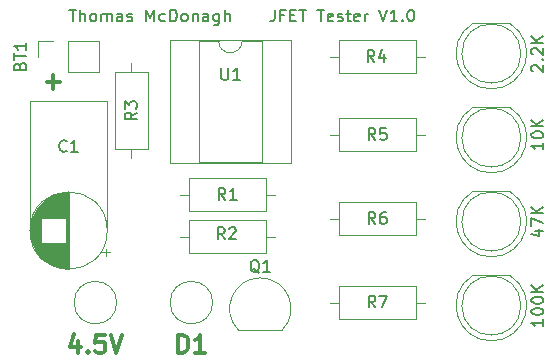
<source format=gbr>
G04 #@! TF.GenerationSoftware,KiCad,Pcbnew,(5.1.7)-1*
G04 #@! TF.CreationDate,2021-07-20T19:52:43-05:00*
G04 #@! TF.ProjectId,jfetTester,6a666574-5465-4737-9465-722e6b696361,rev?*
G04 #@! TF.SameCoordinates,Original*
G04 #@! TF.FileFunction,Legend,Top*
G04 #@! TF.FilePolarity,Positive*
%FSLAX46Y46*%
G04 Gerber Fmt 4.6, Leading zero omitted, Abs format (unit mm)*
G04 Created by KiCad (PCBNEW (5.1.7)-1) date 2021-07-20 19:52:43*
%MOMM*%
%LPD*%
G01*
G04 APERTURE LIST*
%ADD10C,0.300000*%
%ADD11C,0.150000*%
%ADD12C,0.120000*%
G04 APERTURE END LIST*
D10*
X116268571Y-81387142D02*
X117411428Y-81387142D01*
X116840000Y-81958571D02*
X116840000Y-80815714D01*
X127416857Y-104310571D02*
X127416857Y-102810571D01*
X127774000Y-102810571D01*
X127988285Y-102882000D01*
X128131142Y-103024857D01*
X128202571Y-103167714D01*
X128274000Y-103453428D01*
X128274000Y-103667714D01*
X128202571Y-103953428D01*
X128131142Y-104096285D01*
X127988285Y-104239142D01*
X127774000Y-104310571D01*
X127416857Y-104310571D01*
X129702571Y-104310571D02*
X128845428Y-104310571D01*
X129274000Y-104310571D02*
X129274000Y-102810571D01*
X129131142Y-103024857D01*
X128988285Y-103167714D01*
X128845428Y-103239142D01*
X118967428Y-103310571D02*
X118967428Y-104310571D01*
X118610285Y-102739142D02*
X118253142Y-103810571D01*
X119181714Y-103810571D01*
X119753142Y-104167714D02*
X119824571Y-104239142D01*
X119753142Y-104310571D01*
X119681714Y-104239142D01*
X119753142Y-104167714D01*
X119753142Y-104310571D01*
X121181714Y-102810571D02*
X120467428Y-102810571D01*
X120396000Y-103524857D01*
X120467428Y-103453428D01*
X120610285Y-103382000D01*
X120967428Y-103382000D01*
X121110285Y-103453428D01*
X121181714Y-103524857D01*
X121253142Y-103667714D01*
X121253142Y-104024857D01*
X121181714Y-104167714D01*
X121110285Y-104239142D01*
X120967428Y-104310571D01*
X120610285Y-104310571D01*
X120467428Y-104239142D01*
X120396000Y-104167714D01*
X121681714Y-102810571D02*
X122181714Y-104310571D01*
X122681714Y-102810571D01*
D11*
X118199142Y-75271380D02*
X118770571Y-75271380D01*
X118484857Y-76271380D02*
X118484857Y-75271380D01*
X119103904Y-76271380D02*
X119103904Y-75271380D01*
X119532476Y-76271380D02*
X119532476Y-75747571D01*
X119484857Y-75652333D01*
X119389619Y-75604714D01*
X119246761Y-75604714D01*
X119151523Y-75652333D01*
X119103904Y-75699952D01*
X120151523Y-76271380D02*
X120056285Y-76223761D01*
X120008666Y-76176142D01*
X119961047Y-76080904D01*
X119961047Y-75795190D01*
X120008666Y-75699952D01*
X120056285Y-75652333D01*
X120151523Y-75604714D01*
X120294380Y-75604714D01*
X120389619Y-75652333D01*
X120437238Y-75699952D01*
X120484857Y-75795190D01*
X120484857Y-76080904D01*
X120437238Y-76176142D01*
X120389619Y-76223761D01*
X120294380Y-76271380D01*
X120151523Y-76271380D01*
X120913428Y-76271380D02*
X120913428Y-75604714D01*
X120913428Y-75699952D02*
X120961047Y-75652333D01*
X121056285Y-75604714D01*
X121199142Y-75604714D01*
X121294380Y-75652333D01*
X121342000Y-75747571D01*
X121342000Y-76271380D01*
X121342000Y-75747571D02*
X121389619Y-75652333D01*
X121484857Y-75604714D01*
X121627714Y-75604714D01*
X121722952Y-75652333D01*
X121770571Y-75747571D01*
X121770571Y-76271380D01*
X122675333Y-76271380D02*
X122675333Y-75747571D01*
X122627714Y-75652333D01*
X122532476Y-75604714D01*
X122342000Y-75604714D01*
X122246761Y-75652333D01*
X122675333Y-76223761D02*
X122580095Y-76271380D01*
X122342000Y-76271380D01*
X122246761Y-76223761D01*
X122199142Y-76128523D01*
X122199142Y-76033285D01*
X122246761Y-75938047D01*
X122342000Y-75890428D01*
X122580095Y-75890428D01*
X122675333Y-75842809D01*
X123103904Y-76223761D02*
X123199142Y-76271380D01*
X123389619Y-76271380D01*
X123484857Y-76223761D01*
X123532476Y-76128523D01*
X123532476Y-76080904D01*
X123484857Y-75985666D01*
X123389619Y-75938047D01*
X123246761Y-75938047D01*
X123151523Y-75890428D01*
X123103904Y-75795190D01*
X123103904Y-75747571D01*
X123151523Y-75652333D01*
X123246761Y-75604714D01*
X123389619Y-75604714D01*
X123484857Y-75652333D01*
X124722952Y-76271380D02*
X124722952Y-75271380D01*
X125056285Y-75985666D01*
X125389619Y-75271380D01*
X125389619Y-76271380D01*
X126294380Y-76223761D02*
X126199142Y-76271380D01*
X126008666Y-76271380D01*
X125913428Y-76223761D01*
X125865809Y-76176142D01*
X125818190Y-76080904D01*
X125818190Y-75795190D01*
X125865809Y-75699952D01*
X125913428Y-75652333D01*
X126008666Y-75604714D01*
X126199142Y-75604714D01*
X126294380Y-75652333D01*
X126722952Y-76271380D02*
X126722952Y-75271380D01*
X126961047Y-75271380D01*
X127103904Y-75319000D01*
X127199142Y-75414238D01*
X127246761Y-75509476D01*
X127294380Y-75699952D01*
X127294380Y-75842809D01*
X127246761Y-76033285D01*
X127199142Y-76128523D01*
X127103904Y-76223761D01*
X126961047Y-76271380D01*
X126722952Y-76271380D01*
X127865809Y-76271380D02*
X127770571Y-76223761D01*
X127722952Y-76176142D01*
X127675333Y-76080904D01*
X127675333Y-75795190D01*
X127722952Y-75699952D01*
X127770571Y-75652333D01*
X127865809Y-75604714D01*
X128008666Y-75604714D01*
X128103904Y-75652333D01*
X128151523Y-75699952D01*
X128199142Y-75795190D01*
X128199142Y-76080904D01*
X128151523Y-76176142D01*
X128103904Y-76223761D01*
X128008666Y-76271380D01*
X127865809Y-76271380D01*
X128627714Y-75604714D02*
X128627714Y-76271380D01*
X128627714Y-75699952D02*
X128675333Y-75652333D01*
X128770571Y-75604714D01*
X128913428Y-75604714D01*
X129008666Y-75652333D01*
X129056285Y-75747571D01*
X129056285Y-76271380D01*
X129961047Y-76271380D02*
X129961047Y-75747571D01*
X129913428Y-75652333D01*
X129818190Y-75604714D01*
X129627714Y-75604714D01*
X129532476Y-75652333D01*
X129961047Y-76223761D02*
X129865809Y-76271380D01*
X129627714Y-76271380D01*
X129532476Y-76223761D01*
X129484857Y-76128523D01*
X129484857Y-76033285D01*
X129532476Y-75938047D01*
X129627714Y-75890428D01*
X129865809Y-75890428D01*
X129961047Y-75842809D01*
X130865809Y-75604714D02*
X130865809Y-76414238D01*
X130818190Y-76509476D01*
X130770571Y-76557095D01*
X130675333Y-76604714D01*
X130532476Y-76604714D01*
X130437238Y-76557095D01*
X130865809Y-76223761D02*
X130770571Y-76271380D01*
X130580095Y-76271380D01*
X130484857Y-76223761D01*
X130437238Y-76176142D01*
X130389619Y-76080904D01*
X130389619Y-75795190D01*
X130437238Y-75699952D01*
X130484857Y-75652333D01*
X130580095Y-75604714D01*
X130770571Y-75604714D01*
X130865809Y-75652333D01*
X131342000Y-76271380D02*
X131342000Y-75271380D01*
X131770571Y-76271380D02*
X131770571Y-75747571D01*
X131722952Y-75652333D01*
X131627714Y-75604714D01*
X131484857Y-75604714D01*
X131389619Y-75652333D01*
X131342000Y-75699952D01*
X135580095Y-75271380D02*
X135580095Y-75985666D01*
X135532476Y-76128523D01*
X135437238Y-76223761D01*
X135294380Y-76271380D01*
X135199142Y-76271380D01*
X136389619Y-75747571D02*
X136056285Y-75747571D01*
X136056285Y-76271380D02*
X136056285Y-75271380D01*
X136532476Y-75271380D01*
X136913428Y-75747571D02*
X137246761Y-75747571D01*
X137389619Y-76271380D02*
X136913428Y-76271380D01*
X136913428Y-75271380D01*
X137389619Y-75271380D01*
X137675333Y-75271380D02*
X138246761Y-75271380D01*
X137961047Y-76271380D02*
X137961047Y-75271380D01*
X139199142Y-75271380D02*
X139770571Y-75271380D01*
X139484857Y-76271380D02*
X139484857Y-75271380D01*
X140484857Y-76223761D02*
X140389619Y-76271380D01*
X140199142Y-76271380D01*
X140103904Y-76223761D01*
X140056285Y-76128523D01*
X140056285Y-75747571D01*
X140103904Y-75652333D01*
X140199142Y-75604714D01*
X140389619Y-75604714D01*
X140484857Y-75652333D01*
X140532476Y-75747571D01*
X140532476Y-75842809D01*
X140056285Y-75938047D01*
X140913428Y-76223761D02*
X141008666Y-76271380D01*
X141199142Y-76271380D01*
X141294380Y-76223761D01*
X141342000Y-76128523D01*
X141342000Y-76080904D01*
X141294380Y-75985666D01*
X141199142Y-75938047D01*
X141056285Y-75938047D01*
X140961047Y-75890428D01*
X140913428Y-75795190D01*
X140913428Y-75747571D01*
X140961047Y-75652333D01*
X141056285Y-75604714D01*
X141199142Y-75604714D01*
X141294380Y-75652333D01*
X141627714Y-75604714D02*
X142008666Y-75604714D01*
X141770571Y-75271380D02*
X141770571Y-76128523D01*
X141818190Y-76223761D01*
X141913428Y-76271380D01*
X142008666Y-76271380D01*
X142722952Y-76223761D02*
X142627714Y-76271380D01*
X142437238Y-76271380D01*
X142342000Y-76223761D01*
X142294380Y-76128523D01*
X142294380Y-75747571D01*
X142342000Y-75652333D01*
X142437238Y-75604714D01*
X142627714Y-75604714D01*
X142722952Y-75652333D01*
X142770571Y-75747571D01*
X142770571Y-75842809D01*
X142294380Y-75938047D01*
X143199142Y-76271380D02*
X143199142Y-75604714D01*
X143199142Y-75795190D02*
X143246761Y-75699952D01*
X143294380Y-75652333D01*
X143389619Y-75604714D01*
X143484857Y-75604714D01*
X144437238Y-75271380D02*
X144770571Y-76271380D01*
X145103904Y-75271380D01*
X145961047Y-76271380D02*
X145389619Y-76271380D01*
X145675333Y-76271380D02*
X145675333Y-75271380D01*
X145580095Y-75414238D01*
X145484857Y-75509476D01*
X145389619Y-75557095D01*
X146389619Y-76176142D02*
X146437238Y-76223761D01*
X146389619Y-76271380D01*
X146342000Y-76223761D01*
X146389619Y-76176142D01*
X146389619Y-76271380D01*
X147056285Y-75271380D02*
X147151523Y-75271380D01*
X147246761Y-75319000D01*
X147294380Y-75366619D01*
X147342000Y-75461857D01*
X147389619Y-75652333D01*
X147389619Y-75890428D01*
X147342000Y-76080904D01*
X147294380Y-76176142D01*
X147246761Y-76223761D01*
X147151523Y-76271380D01*
X147056285Y-76271380D01*
X146961047Y-76223761D01*
X146913428Y-76176142D01*
X146865809Y-76080904D01*
X146818190Y-75890428D01*
X146818190Y-75652333D01*
X146865809Y-75461857D01*
X146913428Y-75366619D01*
X146961047Y-75319000D01*
X147056285Y-75271380D01*
X158313380Y-101496666D02*
X158313380Y-102068095D01*
X158313380Y-101782380D02*
X157313380Y-101782380D01*
X157456238Y-101877619D01*
X157551476Y-101972857D01*
X157599095Y-102068095D01*
X157313380Y-100877619D02*
X157313380Y-100782380D01*
X157361000Y-100687142D01*
X157408619Y-100639523D01*
X157503857Y-100591904D01*
X157694333Y-100544285D01*
X157932428Y-100544285D01*
X158122904Y-100591904D01*
X158218142Y-100639523D01*
X158265761Y-100687142D01*
X158313380Y-100782380D01*
X158313380Y-100877619D01*
X158265761Y-100972857D01*
X158218142Y-101020476D01*
X158122904Y-101068095D01*
X157932428Y-101115714D01*
X157694333Y-101115714D01*
X157503857Y-101068095D01*
X157408619Y-101020476D01*
X157361000Y-100972857D01*
X157313380Y-100877619D01*
X157313380Y-99925238D02*
X157313380Y-99830000D01*
X157361000Y-99734761D01*
X157408619Y-99687142D01*
X157503857Y-99639523D01*
X157694333Y-99591904D01*
X157932428Y-99591904D01*
X158122904Y-99639523D01*
X158218142Y-99687142D01*
X158265761Y-99734761D01*
X158313380Y-99830000D01*
X158313380Y-99925238D01*
X158265761Y-100020476D01*
X158218142Y-100068095D01*
X158122904Y-100115714D01*
X157932428Y-100163333D01*
X157694333Y-100163333D01*
X157503857Y-100115714D01*
X157408619Y-100068095D01*
X157361000Y-100020476D01*
X157313380Y-99925238D01*
X158313380Y-99163333D02*
X157313380Y-99163333D01*
X158313380Y-98591904D02*
X157741952Y-99020476D01*
X157313380Y-98591904D02*
X157884809Y-99163333D01*
X157646714Y-94003714D02*
X158313380Y-94003714D01*
X157265761Y-94241809D02*
X157980047Y-94479904D01*
X157980047Y-93860857D01*
X157313380Y-93575142D02*
X157313380Y-92908476D01*
X158313380Y-93337047D01*
X158313380Y-92527523D02*
X157313380Y-92527523D01*
X158313380Y-91956095D02*
X157741952Y-92384666D01*
X157313380Y-91956095D02*
X157884809Y-92527523D01*
X158313380Y-86542476D02*
X158313380Y-87113904D01*
X158313380Y-86828190D02*
X157313380Y-86828190D01*
X157456238Y-86923428D01*
X157551476Y-87018666D01*
X157599095Y-87113904D01*
X157313380Y-85923428D02*
X157313380Y-85828190D01*
X157361000Y-85732952D01*
X157408619Y-85685333D01*
X157503857Y-85637714D01*
X157694333Y-85590095D01*
X157932428Y-85590095D01*
X158122904Y-85637714D01*
X158218142Y-85685333D01*
X158265761Y-85732952D01*
X158313380Y-85828190D01*
X158313380Y-85923428D01*
X158265761Y-86018666D01*
X158218142Y-86066285D01*
X158122904Y-86113904D01*
X157932428Y-86161523D01*
X157694333Y-86161523D01*
X157503857Y-86113904D01*
X157408619Y-86066285D01*
X157361000Y-86018666D01*
X157313380Y-85923428D01*
X158313380Y-85161523D02*
X157313380Y-85161523D01*
X158313380Y-84590095D02*
X157741952Y-85018666D01*
X157313380Y-84590095D02*
X157884809Y-85161523D01*
X157408619Y-80494000D02*
X157361000Y-80446380D01*
X157313380Y-80351142D01*
X157313380Y-80113047D01*
X157361000Y-80017809D01*
X157408619Y-79970190D01*
X157503857Y-79922571D01*
X157599095Y-79922571D01*
X157741952Y-79970190D01*
X158313380Y-80541619D01*
X158313380Y-79922571D01*
X158218142Y-79494000D02*
X158265761Y-79446380D01*
X158313380Y-79494000D01*
X158265761Y-79541619D01*
X158218142Y-79494000D01*
X158313380Y-79494000D01*
X157408619Y-79065428D02*
X157361000Y-79017809D01*
X157313380Y-78922571D01*
X157313380Y-78684476D01*
X157361000Y-78589238D01*
X157408619Y-78541619D01*
X157503857Y-78494000D01*
X157599095Y-78494000D01*
X157741952Y-78541619D01*
X158313380Y-79113047D01*
X158313380Y-78494000D01*
X158313380Y-78065428D02*
X157313380Y-78065428D01*
X158313380Y-77494000D02*
X157741952Y-77922571D01*
X157313380Y-77494000D02*
X157884809Y-78065428D01*
D12*
G04 #@! TO.C,BT1*
X115510000Y-79248000D02*
X115510000Y-77918000D01*
X115510000Y-77918000D02*
X116840000Y-77918000D01*
X118110000Y-77918000D02*
X120710000Y-77918000D01*
X120710000Y-80578000D02*
X120710000Y-77918000D01*
X118110000Y-80578000D02*
X120710000Y-80578000D01*
X118110000Y-80578000D02*
X118110000Y-77918000D01*
G04 #@! TO.C,C1*
X121315241Y-96134000D02*
X121315241Y-95504000D01*
X121630241Y-95819000D02*
X121000241Y-95819000D01*
X114889000Y-94382000D02*
X114889000Y-93578000D01*
X114929000Y-94613000D02*
X114929000Y-93347000D01*
X114969000Y-94782000D02*
X114969000Y-93178000D01*
X115009000Y-94920000D02*
X115009000Y-93040000D01*
X115049000Y-95039000D02*
X115049000Y-92921000D01*
X115089000Y-95145000D02*
X115089000Y-92815000D01*
X115129000Y-95242000D02*
X115129000Y-92718000D01*
X115169000Y-95330000D02*
X115169000Y-92630000D01*
X115209000Y-95412000D02*
X115209000Y-92548000D01*
X115249000Y-95489000D02*
X115249000Y-92471000D01*
X115289000Y-95561000D02*
X115289000Y-92399000D01*
X115329000Y-95630000D02*
X115329000Y-92330000D01*
X115369000Y-95694000D02*
X115369000Y-92266000D01*
X115409000Y-95756000D02*
X115409000Y-92204000D01*
X115449000Y-95814000D02*
X115449000Y-92146000D01*
X115489000Y-95870000D02*
X115489000Y-92090000D01*
X115529000Y-95924000D02*
X115529000Y-92036000D01*
X115569000Y-95975000D02*
X115569000Y-91985000D01*
X115609000Y-96024000D02*
X115609000Y-91936000D01*
X115649000Y-96072000D02*
X115649000Y-91888000D01*
X115689000Y-96117000D02*
X115689000Y-91843000D01*
X115729000Y-96162000D02*
X115729000Y-91798000D01*
X115769000Y-96204000D02*
X115769000Y-91756000D01*
X115809000Y-96245000D02*
X115809000Y-91715000D01*
X115849000Y-92940000D02*
X115849000Y-91675000D01*
X115849000Y-96285000D02*
X115849000Y-95020000D01*
X115889000Y-92940000D02*
X115889000Y-91637000D01*
X115889000Y-96323000D02*
X115889000Y-95020000D01*
X115929000Y-92940000D02*
X115929000Y-91600000D01*
X115929000Y-96360000D02*
X115929000Y-95020000D01*
X115969000Y-92940000D02*
X115969000Y-91564000D01*
X115969000Y-96396000D02*
X115969000Y-95020000D01*
X116009000Y-92940000D02*
X116009000Y-91530000D01*
X116009000Y-96430000D02*
X116009000Y-95020000D01*
X116049000Y-92940000D02*
X116049000Y-91496000D01*
X116049000Y-96464000D02*
X116049000Y-95020000D01*
X116089000Y-92940000D02*
X116089000Y-91464000D01*
X116089000Y-96496000D02*
X116089000Y-95020000D01*
X116129000Y-92940000D02*
X116129000Y-91432000D01*
X116129000Y-96528000D02*
X116129000Y-95020000D01*
X116169000Y-92940000D02*
X116169000Y-91402000D01*
X116169000Y-96558000D02*
X116169000Y-95020000D01*
X116209000Y-92940000D02*
X116209000Y-91373000D01*
X116209000Y-96587000D02*
X116209000Y-95020000D01*
X116249000Y-92940000D02*
X116249000Y-91344000D01*
X116249000Y-96616000D02*
X116249000Y-95020000D01*
X116289000Y-92940000D02*
X116289000Y-91316000D01*
X116289000Y-96644000D02*
X116289000Y-95020000D01*
X116329000Y-92940000D02*
X116329000Y-91290000D01*
X116329000Y-96670000D02*
X116329000Y-95020000D01*
X116369000Y-92940000D02*
X116369000Y-91264000D01*
X116369000Y-96696000D02*
X116369000Y-95020000D01*
X116409000Y-92940000D02*
X116409000Y-91238000D01*
X116409000Y-96722000D02*
X116409000Y-95020000D01*
X116449000Y-92940000D02*
X116449000Y-91214000D01*
X116449000Y-96746000D02*
X116449000Y-95020000D01*
X116489000Y-92940000D02*
X116489000Y-91190000D01*
X116489000Y-96770000D02*
X116489000Y-95020000D01*
X116529000Y-92940000D02*
X116529000Y-91168000D01*
X116529000Y-96792000D02*
X116529000Y-95020000D01*
X116569000Y-92940000D02*
X116569000Y-91146000D01*
X116569000Y-96814000D02*
X116569000Y-95020000D01*
X116609000Y-92940000D02*
X116609000Y-91124000D01*
X116609000Y-96836000D02*
X116609000Y-95020000D01*
X116649000Y-92940000D02*
X116649000Y-91104000D01*
X116649000Y-96856000D02*
X116649000Y-95020000D01*
X116689000Y-92940000D02*
X116689000Y-91084000D01*
X116689000Y-96876000D02*
X116689000Y-95020000D01*
X116729000Y-92940000D02*
X116729000Y-91064000D01*
X116729000Y-96896000D02*
X116729000Y-95020000D01*
X116769000Y-92940000D02*
X116769000Y-91046000D01*
X116769000Y-96914000D02*
X116769000Y-95020000D01*
X116809000Y-92940000D02*
X116809000Y-91028000D01*
X116809000Y-96932000D02*
X116809000Y-95020000D01*
X116849000Y-92940000D02*
X116849000Y-91010000D01*
X116849000Y-96950000D02*
X116849000Y-95020000D01*
X116889000Y-92940000D02*
X116889000Y-90994000D01*
X116889000Y-96966000D02*
X116889000Y-95020000D01*
X116929000Y-92940000D02*
X116929000Y-90978000D01*
X116929000Y-96982000D02*
X116929000Y-95020000D01*
X116969000Y-92940000D02*
X116969000Y-90962000D01*
X116969000Y-96998000D02*
X116969000Y-95020000D01*
X117009000Y-92940000D02*
X117009000Y-90947000D01*
X117009000Y-97013000D02*
X117009000Y-95020000D01*
X117049000Y-92940000D02*
X117049000Y-90933000D01*
X117049000Y-97027000D02*
X117049000Y-95020000D01*
X117089000Y-92940000D02*
X117089000Y-90919000D01*
X117089000Y-97041000D02*
X117089000Y-95020000D01*
X117129000Y-92940000D02*
X117129000Y-90906000D01*
X117129000Y-97054000D02*
X117129000Y-95020000D01*
X117169000Y-92940000D02*
X117169000Y-90894000D01*
X117169000Y-97066000D02*
X117169000Y-95020000D01*
X117209000Y-92940000D02*
X117209000Y-90882000D01*
X117209000Y-97078000D02*
X117209000Y-95020000D01*
X117249000Y-92940000D02*
X117249000Y-90870000D01*
X117249000Y-97090000D02*
X117249000Y-95020000D01*
X117289000Y-92940000D02*
X117289000Y-90859000D01*
X117289000Y-97101000D02*
X117289000Y-95020000D01*
X117329000Y-92940000D02*
X117329000Y-90849000D01*
X117329000Y-97111000D02*
X117329000Y-95020000D01*
X117369000Y-92940000D02*
X117369000Y-90839000D01*
X117369000Y-97121000D02*
X117369000Y-95020000D01*
X117409000Y-92940000D02*
X117409000Y-90830000D01*
X117409000Y-97130000D02*
X117409000Y-95020000D01*
X117450000Y-92940000D02*
X117450000Y-90821000D01*
X117450000Y-97139000D02*
X117450000Y-95020000D01*
X117490000Y-92940000D02*
X117490000Y-90813000D01*
X117490000Y-97147000D02*
X117490000Y-95020000D01*
X117530000Y-92940000D02*
X117530000Y-90805000D01*
X117530000Y-97155000D02*
X117530000Y-95020000D01*
X117570000Y-92940000D02*
X117570000Y-90798000D01*
X117570000Y-97162000D02*
X117570000Y-95020000D01*
X117610000Y-92940000D02*
X117610000Y-90791000D01*
X117610000Y-97169000D02*
X117610000Y-95020000D01*
X117650000Y-92940000D02*
X117650000Y-90785000D01*
X117650000Y-97175000D02*
X117650000Y-95020000D01*
X117690000Y-92940000D02*
X117690000Y-90779000D01*
X117690000Y-97181000D02*
X117690000Y-95020000D01*
X117730000Y-92940000D02*
X117730000Y-90774000D01*
X117730000Y-97186000D02*
X117730000Y-95020000D01*
X117770000Y-92940000D02*
X117770000Y-90769000D01*
X117770000Y-97191000D02*
X117770000Y-95020000D01*
X117810000Y-92940000D02*
X117810000Y-90765000D01*
X117810000Y-97195000D02*
X117810000Y-95020000D01*
X117850000Y-92940000D02*
X117850000Y-90762000D01*
X117850000Y-97198000D02*
X117850000Y-95020000D01*
X117890000Y-92940000D02*
X117890000Y-90758000D01*
X117890000Y-97202000D02*
X117890000Y-95020000D01*
X117930000Y-97204000D02*
X117930000Y-90756000D01*
X117970000Y-97207000D02*
X117970000Y-90753000D01*
X118010000Y-97208000D02*
X118010000Y-90752000D01*
X118050000Y-97210000D02*
X118050000Y-90750000D01*
X118090000Y-97210000D02*
X118090000Y-90750000D01*
X118130000Y-97210000D02*
X118130000Y-90750000D01*
X121400000Y-93980000D02*
G75*
G03*
X121400000Y-93980000I-3270000J0D01*
G01*
X121400000Y-93980000D02*
X121400000Y-82980000D01*
X114860000Y-93980000D02*
X114860000Y-82980000D01*
X121400000Y-82980000D02*
X114860000Y-82980000D01*
G04 #@! TO.C,D1*
X155469000Y-76434000D02*
X152379000Y-76434000D01*
X156424000Y-78994000D02*
G75*
G03*
X156424000Y-78994000I-2500000J0D01*
G01*
X153923538Y-81984000D02*
G75*
G03*
X155468830Y-76434000I462J2990000D01*
G01*
X153924462Y-81984000D02*
G75*
G02*
X152379170Y-76434000I-462J2990000D01*
G01*
G04 #@! TO.C,D2*
X153924462Y-89096000D02*
G75*
G02*
X152379170Y-83546000I-462J2990000D01*
G01*
X153923538Y-89096000D02*
G75*
G03*
X155468830Y-83546000I462J2990000D01*
G01*
X156424000Y-86106000D02*
G75*
G03*
X156424000Y-86106000I-2500000J0D01*
G01*
X155469000Y-83546000D02*
X152379000Y-83546000D01*
G04 #@! TO.C,D3*
X155469000Y-90658000D02*
X152379000Y-90658000D01*
X156424000Y-93218000D02*
G75*
G03*
X156424000Y-93218000I-2500000J0D01*
G01*
X153923538Y-96208000D02*
G75*
G03*
X155468830Y-90658000I462J2990000D01*
G01*
X153924462Y-96208000D02*
G75*
G02*
X152379170Y-90658000I-462J2990000D01*
G01*
G04 #@! TO.C,D4*
X153924462Y-103320000D02*
G75*
G02*
X152379170Y-97770000I-462J2990000D01*
G01*
X153923538Y-103320000D02*
G75*
G03*
X155468830Y-97770000I462J2990000D01*
G01*
X156424000Y-100330000D02*
G75*
G03*
X156424000Y-100330000I-2500000J0D01*
G01*
X155469000Y-97770000D02*
X152379000Y-97770000D01*
G04 #@! TO.C,Q1*
X132566000Y-102434000D02*
X136166000Y-102434000D01*
X132527522Y-102422478D02*
G75*
G02*
X134366000Y-97984000I1838478J1838478D01*
G01*
X136204478Y-102422478D02*
G75*
G03*
X134366000Y-97984000I-1838478J1838478D01*
G01*
G04 #@! TO.C,R1*
X134842000Y-92302000D02*
X134842000Y-89562000D01*
X134842000Y-89562000D02*
X128302000Y-89562000D01*
X128302000Y-89562000D02*
X128302000Y-92302000D01*
X128302000Y-92302000D02*
X134842000Y-92302000D01*
X135612000Y-90932000D02*
X134842000Y-90932000D01*
X127532000Y-90932000D02*
X128302000Y-90932000D01*
G04 #@! TO.C,R2*
X135612000Y-94488000D02*
X134842000Y-94488000D01*
X127532000Y-94488000D02*
X128302000Y-94488000D01*
X134842000Y-93118000D02*
X128302000Y-93118000D01*
X134842000Y-95858000D02*
X134842000Y-93118000D01*
X128302000Y-95858000D02*
X134842000Y-95858000D01*
X128302000Y-93118000D02*
X128302000Y-95858000D01*
G04 #@! TO.C,R3*
X124814000Y-80550000D02*
X122074000Y-80550000D01*
X122074000Y-80550000D02*
X122074000Y-87090000D01*
X122074000Y-87090000D02*
X124814000Y-87090000D01*
X124814000Y-87090000D02*
X124814000Y-80550000D01*
X123444000Y-79780000D02*
X123444000Y-80550000D01*
X123444000Y-87860000D02*
X123444000Y-87090000D01*
G04 #@! TO.C,R4*
X140232000Y-79248000D02*
X141002000Y-79248000D01*
X148312000Y-79248000D02*
X147542000Y-79248000D01*
X141002000Y-80618000D02*
X147542000Y-80618000D01*
X141002000Y-77878000D02*
X141002000Y-80618000D01*
X147542000Y-77878000D02*
X141002000Y-77878000D01*
X147542000Y-80618000D02*
X147542000Y-77878000D01*
G04 #@! TO.C,R5*
X147542000Y-87222000D02*
X147542000Y-84482000D01*
X147542000Y-84482000D02*
X141002000Y-84482000D01*
X141002000Y-84482000D02*
X141002000Y-87222000D01*
X141002000Y-87222000D02*
X147542000Y-87222000D01*
X148312000Y-85852000D02*
X147542000Y-85852000D01*
X140232000Y-85852000D02*
X141002000Y-85852000D01*
G04 #@! TO.C,R6*
X140232000Y-92964000D02*
X141002000Y-92964000D01*
X148312000Y-92964000D02*
X147542000Y-92964000D01*
X141002000Y-94334000D02*
X147542000Y-94334000D01*
X141002000Y-91594000D02*
X141002000Y-94334000D01*
X147542000Y-91594000D02*
X141002000Y-91594000D01*
X147542000Y-94334000D02*
X147542000Y-91594000D01*
G04 #@! TO.C,R7*
X140232000Y-100076000D02*
X141002000Y-100076000D01*
X148312000Y-100076000D02*
X147542000Y-100076000D01*
X141002000Y-101446000D02*
X147542000Y-101446000D01*
X141002000Y-98706000D02*
X141002000Y-101446000D01*
X147542000Y-98706000D02*
X141002000Y-98706000D01*
X147542000Y-101446000D02*
X147542000Y-98706000D01*
G04 #@! TO.C,TP1*
X122196000Y-100076000D02*
G75*
G03*
X122196000Y-100076000I-1800000J0D01*
G01*
G04 #@! TO.C,TP2*
X130324000Y-100076000D02*
G75*
G03*
X130324000Y-100076000I-1800000J0D01*
G01*
G04 #@! TO.C,U1*
X136966000Y-77858000D02*
X126686000Y-77858000D01*
X136966000Y-88258000D02*
X136966000Y-77858000D01*
X126686000Y-88258000D02*
X136966000Y-88258000D01*
X126686000Y-77858000D02*
X126686000Y-88258000D01*
X134476000Y-77918000D02*
X132826000Y-77918000D01*
X134476000Y-88198000D02*
X134476000Y-77918000D01*
X129176000Y-88198000D02*
X134476000Y-88198000D01*
X129176000Y-77918000D02*
X129176000Y-88198000D01*
X130826000Y-77918000D02*
X129176000Y-77918000D01*
X132826000Y-77918000D02*
G75*
G02*
X130826000Y-77918000I-1000000J0D01*
G01*
G04 #@! TO.C,BT1*
D11*
X113998571Y-80033714D02*
X114046190Y-79890857D01*
X114093809Y-79843238D01*
X114189047Y-79795619D01*
X114331904Y-79795619D01*
X114427142Y-79843238D01*
X114474761Y-79890857D01*
X114522380Y-79986095D01*
X114522380Y-80367047D01*
X113522380Y-80367047D01*
X113522380Y-80033714D01*
X113570000Y-79938476D01*
X113617619Y-79890857D01*
X113712857Y-79843238D01*
X113808095Y-79843238D01*
X113903333Y-79890857D01*
X113950952Y-79938476D01*
X113998571Y-80033714D01*
X113998571Y-80367047D01*
X113522380Y-79509904D02*
X113522380Y-78938476D01*
X114522380Y-79224190D02*
X113522380Y-79224190D01*
X114522380Y-78081333D02*
X114522380Y-78652761D01*
X114522380Y-78367047D02*
X113522380Y-78367047D01*
X113665238Y-78462285D01*
X113760476Y-78557523D01*
X113808095Y-78652761D01*
G04 #@! TO.C,C1*
X117963333Y-87225142D02*
X117915714Y-87272761D01*
X117772857Y-87320380D01*
X117677619Y-87320380D01*
X117534761Y-87272761D01*
X117439523Y-87177523D01*
X117391904Y-87082285D01*
X117344285Y-86891809D01*
X117344285Y-86748952D01*
X117391904Y-86558476D01*
X117439523Y-86463238D01*
X117534761Y-86368000D01*
X117677619Y-86320380D01*
X117772857Y-86320380D01*
X117915714Y-86368000D01*
X117963333Y-86415619D01*
X118915714Y-87320380D02*
X118344285Y-87320380D01*
X118630000Y-87320380D02*
X118630000Y-86320380D01*
X118534761Y-86463238D01*
X118439523Y-86558476D01*
X118344285Y-86606095D01*
G04 #@! TO.C,Q1*
X134270761Y-97571619D02*
X134175523Y-97524000D01*
X134080285Y-97428761D01*
X133937428Y-97285904D01*
X133842190Y-97238285D01*
X133746952Y-97238285D01*
X133794571Y-97476380D02*
X133699333Y-97428761D01*
X133604095Y-97333523D01*
X133556476Y-97143047D01*
X133556476Y-96809714D01*
X133604095Y-96619238D01*
X133699333Y-96524000D01*
X133794571Y-96476380D01*
X133985047Y-96476380D01*
X134080285Y-96524000D01*
X134175523Y-96619238D01*
X134223142Y-96809714D01*
X134223142Y-97143047D01*
X134175523Y-97333523D01*
X134080285Y-97428761D01*
X133985047Y-97476380D01*
X133794571Y-97476380D01*
X135175523Y-97476380D02*
X134604095Y-97476380D01*
X134889809Y-97476380D02*
X134889809Y-96476380D01*
X134794571Y-96619238D01*
X134699333Y-96714476D01*
X134604095Y-96762095D01*
G04 #@! TO.C,R1*
X131405333Y-91384380D02*
X131072000Y-90908190D01*
X130833904Y-91384380D02*
X130833904Y-90384380D01*
X131214857Y-90384380D01*
X131310095Y-90432000D01*
X131357714Y-90479619D01*
X131405333Y-90574857D01*
X131405333Y-90717714D01*
X131357714Y-90812952D01*
X131310095Y-90860571D01*
X131214857Y-90908190D01*
X130833904Y-90908190D01*
X132357714Y-91384380D02*
X131786285Y-91384380D01*
X132072000Y-91384380D02*
X132072000Y-90384380D01*
X131976761Y-90527238D01*
X131881523Y-90622476D01*
X131786285Y-90670095D01*
G04 #@! TO.C,R2*
X131346332Y-94713379D02*
X131012999Y-94237189D01*
X130774903Y-94713379D02*
X130774903Y-93713379D01*
X131155856Y-93713379D01*
X131251094Y-93760999D01*
X131298713Y-93808618D01*
X131346332Y-93903856D01*
X131346332Y-94046713D01*
X131298713Y-94141951D01*
X131251094Y-94189570D01*
X131155856Y-94237189D01*
X130774903Y-94237189D01*
X131727284Y-93808618D02*
X131774903Y-93760999D01*
X131870141Y-93713379D01*
X132108237Y-93713379D01*
X132203475Y-93760999D01*
X132251094Y-93808618D01*
X132298713Y-93903856D01*
X132298713Y-93999094D01*
X132251094Y-94141951D01*
X131679665Y-94713379D01*
X132298713Y-94713379D01*
G04 #@! TO.C,R3*
X123896380Y-83986666D02*
X123420190Y-84320000D01*
X123896380Y-84558095D02*
X122896380Y-84558095D01*
X122896380Y-84177142D01*
X122944000Y-84081904D01*
X122991619Y-84034285D01*
X123086857Y-83986666D01*
X123229714Y-83986666D01*
X123324952Y-84034285D01*
X123372571Y-84081904D01*
X123420190Y-84177142D01*
X123420190Y-84558095D01*
X122896380Y-83653333D02*
X122896380Y-83034285D01*
X123277333Y-83367619D01*
X123277333Y-83224761D01*
X123324952Y-83129523D01*
X123372571Y-83081904D01*
X123467809Y-83034285D01*
X123705904Y-83034285D01*
X123801142Y-83081904D01*
X123848761Y-83129523D01*
X123896380Y-83224761D01*
X123896380Y-83510476D01*
X123848761Y-83605714D01*
X123801142Y-83653333D01*
G04 #@! TO.C,R4*
X144016334Y-79687381D02*
X143683001Y-79211191D01*
X143444905Y-79687381D02*
X143444905Y-78687381D01*
X143825858Y-78687381D01*
X143921096Y-78735001D01*
X143968715Y-78782620D01*
X144016334Y-78877858D01*
X144016334Y-79020715D01*
X143968715Y-79115953D01*
X143921096Y-79163572D01*
X143825858Y-79211191D01*
X143444905Y-79211191D01*
X144873477Y-79020715D02*
X144873477Y-79687381D01*
X144635381Y-78639762D02*
X144397286Y-79354048D01*
X145016334Y-79354048D01*
G04 #@! TO.C,R5*
X144105333Y-86304380D02*
X143772000Y-85828190D01*
X143533904Y-86304380D02*
X143533904Y-85304380D01*
X143914857Y-85304380D01*
X144010095Y-85352000D01*
X144057714Y-85399619D01*
X144105333Y-85494857D01*
X144105333Y-85637714D01*
X144057714Y-85732952D01*
X144010095Y-85780571D01*
X143914857Y-85828190D01*
X143533904Y-85828190D01*
X145010095Y-85304380D02*
X144533904Y-85304380D01*
X144486285Y-85780571D01*
X144533904Y-85732952D01*
X144629142Y-85685333D01*
X144867238Y-85685333D01*
X144962476Y-85732952D01*
X145010095Y-85780571D01*
X145057714Y-85875809D01*
X145057714Y-86113904D01*
X145010095Y-86209142D01*
X144962476Y-86256761D01*
X144867238Y-86304380D01*
X144629142Y-86304380D01*
X144533904Y-86256761D01*
X144486285Y-86209142D01*
G04 #@! TO.C,R6*
X144105333Y-93416380D02*
X143772000Y-92940190D01*
X143533904Y-93416380D02*
X143533904Y-92416380D01*
X143914857Y-92416380D01*
X144010095Y-92464000D01*
X144057714Y-92511619D01*
X144105333Y-92606857D01*
X144105333Y-92749714D01*
X144057714Y-92844952D01*
X144010095Y-92892571D01*
X143914857Y-92940190D01*
X143533904Y-92940190D01*
X144962476Y-92416380D02*
X144772000Y-92416380D01*
X144676761Y-92464000D01*
X144629142Y-92511619D01*
X144533904Y-92654476D01*
X144486285Y-92844952D01*
X144486285Y-93225904D01*
X144533904Y-93321142D01*
X144581523Y-93368761D01*
X144676761Y-93416380D01*
X144867238Y-93416380D01*
X144962476Y-93368761D01*
X145010095Y-93321142D01*
X145057714Y-93225904D01*
X145057714Y-92987809D01*
X145010095Y-92892571D01*
X144962476Y-92844952D01*
X144867238Y-92797333D01*
X144676761Y-92797333D01*
X144581523Y-92844952D01*
X144533904Y-92892571D01*
X144486285Y-92987809D01*
G04 #@! TO.C,R7*
X144105333Y-100487381D02*
X143772000Y-100011191D01*
X143533904Y-100487381D02*
X143533904Y-99487381D01*
X143914857Y-99487381D01*
X144010095Y-99535001D01*
X144057714Y-99582620D01*
X144105333Y-99677858D01*
X144105333Y-99820715D01*
X144057714Y-99915953D01*
X144010095Y-99963572D01*
X143914857Y-100011191D01*
X143533904Y-100011191D01*
X144438666Y-99487381D02*
X145105333Y-99487381D01*
X144676761Y-100487381D01*
G04 #@! TO.C,U1*
X131064095Y-80224380D02*
X131064095Y-81033904D01*
X131111714Y-81129142D01*
X131159333Y-81176761D01*
X131254571Y-81224380D01*
X131445047Y-81224380D01*
X131540285Y-81176761D01*
X131587904Y-81129142D01*
X131635523Y-81033904D01*
X131635523Y-80224380D01*
X132635523Y-81224380D02*
X132064095Y-81224380D01*
X132349809Y-81224380D02*
X132349809Y-80224380D01*
X132254571Y-80367238D01*
X132159333Y-80462476D01*
X132064095Y-80510095D01*
G04 #@! TD*
M02*

</source>
